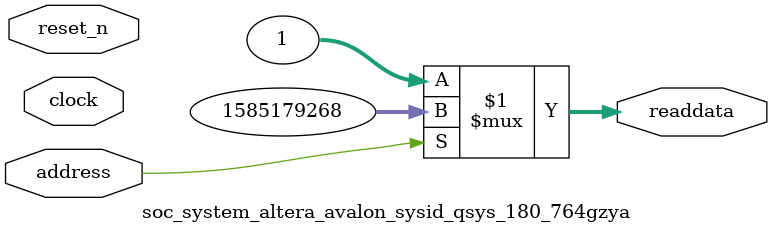
<source format=v>



// synthesis translate_off
`timescale 1ns / 1ps
// synthesis translate_on

// turn off superfluous verilog processor warnings 
// altera message_level Level1 
// altera message_off 10034 10035 10036 10037 10230 10240 10030 

module soc_system_altera_avalon_sysid_qsys_180_764gzya (
               // inputs:
                address,
                clock,
                reset_n,

               // outputs:
                readdata
             )
;

  output  [ 31: 0] readdata;
  input            address;
  input            clock;
  input            reset_n;

  wire    [ 31: 0] readdata;
  //control_slave, which is an e_avalon_slave
  assign readdata = address ? 1585179268 : 1;

endmodule



</source>
